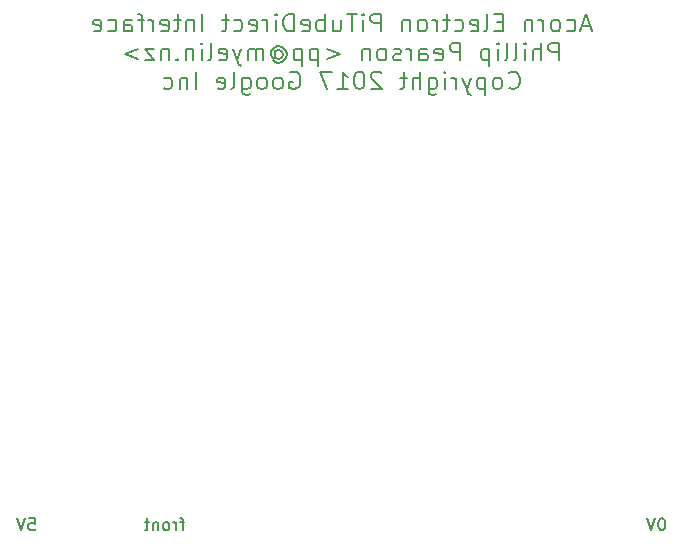
<source format=gbo>
G04 #@! TF.FileFunction,Legend,Bot*
%FSLAX46Y46*%
G04 Gerber Fmt 4.6, Leading zero omitted, Abs format (unit mm)*
G04 Created by KiCad (PCBNEW 4.0.6) date Friday, April 21, 2017 'PMt' 03:46:42 PM*
%MOMM*%
%LPD*%
G01*
G04 APERTURE LIST*
%ADD10C,0.100000*%
%ADD11C,0.200000*%
%ADD12C,0.150000*%
G04 APERTURE END LIST*
D10*
D11*
X96071427Y-50800000D02*
X95357141Y-50800000D01*
X96214284Y-51228571D02*
X95714284Y-49728571D01*
X95214284Y-51228571D01*
X94071427Y-51157143D02*
X94214284Y-51228571D01*
X94499998Y-51228571D01*
X94642856Y-51157143D01*
X94714284Y-51085714D01*
X94785713Y-50942857D01*
X94785713Y-50514286D01*
X94714284Y-50371429D01*
X94642856Y-50300000D01*
X94499998Y-50228571D01*
X94214284Y-50228571D01*
X94071427Y-50300000D01*
X93214284Y-51228571D02*
X93357142Y-51157143D01*
X93428570Y-51085714D01*
X93499999Y-50942857D01*
X93499999Y-50514286D01*
X93428570Y-50371429D01*
X93357142Y-50300000D01*
X93214284Y-50228571D01*
X92999999Y-50228571D01*
X92857142Y-50300000D01*
X92785713Y-50371429D01*
X92714284Y-50514286D01*
X92714284Y-50942857D01*
X92785713Y-51085714D01*
X92857142Y-51157143D01*
X92999999Y-51228571D01*
X93214284Y-51228571D01*
X92071427Y-51228571D02*
X92071427Y-50228571D01*
X92071427Y-50514286D02*
X91999999Y-50371429D01*
X91928570Y-50300000D01*
X91785713Y-50228571D01*
X91642856Y-50228571D01*
X91142856Y-50228571D02*
X91142856Y-51228571D01*
X91142856Y-50371429D02*
X91071428Y-50300000D01*
X90928570Y-50228571D01*
X90714285Y-50228571D01*
X90571428Y-50300000D01*
X90499999Y-50442857D01*
X90499999Y-51228571D01*
X88642856Y-50442857D02*
X88142856Y-50442857D01*
X87928570Y-51228571D02*
X88642856Y-51228571D01*
X88642856Y-49728571D01*
X87928570Y-49728571D01*
X87071427Y-51228571D02*
X87214285Y-51157143D01*
X87285713Y-51014286D01*
X87285713Y-49728571D01*
X85928571Y-51157143D02*
X86071428Y-51228571D01*
X86357142Y-51228571D01*
X86499999Y-51157143D01*
X86571428Y-51014286D01*
X86571428Y-50442857D01*
X86499999Y-50300000D01*
X86357142Y-50228571D01*
X86071428Y-50228571D01*
X85928571Y-50300000D01*
X85857142Y-50442857D01*
X85857142Y-50585714D01*
X86571428Y-50728571D01*
X84571428Y-51157143D02*
X84714285Y-51228571D01*
X84999999Y-51228571D01*
X85142857Y-51157143D01*
X85214285Y-51085714D01*
X85285714Y-50942857D01*
X85285714Y-50514286D01*
X85214285Y-50371429D01*
X85142857Y-50300000D01*
X84999999Y-50228571D01*
X84714285Y-50228571D01*
X84571428Y-50300000D01*
X84142857Y-50228571D02*
X83571428Y-50228571D01*
X83928571Y-49728571D02*
X83928571Y-51014286D01*
X83857143Y-51157143D01*
X83714285Y-51228571D01*
X83571428Y-51228571D01*
X83071428Y-51228571D02*
X83071428Y-50228571D01*
X83071428Y-50514286D02*
X83000000Y-50371429D01*
X82928571Y-50300000D01*
X82785714Y-50228571D01*
X82642857Y-50228571D01*
X81928571Y-51228571D02*
X82071429Y-51157143D01*
X82142857Y-51085714D01*
X82214286Y-50942857D01*
X82214286Y-50514286D01*
X82142857Y-50371429D01*
X82071429Y-50300000D01*
X81928571Y-50228571D01*
X81714286Y-50228571D01*
X81571429Y-50300000D01*
X81500000Y-50371429D01*
X81428571Y-50514286D01*
X81428571Y-50942857D01*
X81500000Y-51085714D01*
X81571429Y-51157143D01*
X81714286Y-51228571D01*
X81928571Y-51228571D01*
X80785714Y-50228571D02*
X80785714Y-51228571D01*
X80785714Y-50371429D02*
X80714286Y-50300000D01*
X80571428Y-50228571D01*
X80357143Y-50228571D01*
X80214286Y-50300000D01*
X80142857Y-50442857D01*
X80142857Y-51228571D01*
X78285714Y-51228571D02*
X78285714Y-49728571D01*
X77714286Y-49728571D01*
X77571428Y-49800000D01*
X77500000Y-49871429D01*
X77428571Y-50014286D01*
X77428571Y-50228571D01*
X77500000Y-50371429D01*
X77571428Y-50442857D01*
X77714286Y-50514286D01*
X78285714Y-50514286D01*
X76785714Y-51228571D02*
X76785714Y-50228571D01*
X76785714Y-49728571D02*
X76857143Y-49800000D01*
X76785714Y-49871429D01*
X76714286Y-49800000D01*
X76785714Y-49728571D01*
X76785714Y-49871429D01*
X76285714Y-49728571D02*
X75428571Y-49728571D01*
X75857142Y-51228571D02*
X75857142Y-49728571D01*
X74285714Y-50228571D02*
X74285714Y-51228571D01*
X74928571Y-50228571D02*
X74928571Y-51014286D01*
X74857143Y-51157143D01*
X74714285Y-51228571D01*
X74500000Y-51228571D01*
X74357143Y-51157143D01*
X74285714Y-51085714D01*
X73571428Y-51228571D02*
X73571428Y-49728571D01*
X73571428Y-50300000D02*
X73428571Y-50228571D01*
X73142857Y-50228571D01*
X73000000Y-50300000D01*
X72928571Y-50371429D01*
X72857142Y-50514286D01*
X72857142Y-50942857D01*
X72928571Y-51085714D01*
X73000000Y-51157143D01*
X73142857Y-51228571D01*
X73428571Y-51228571D01*
X73571428Y-51157143D01*
X71642857Y-51157143D02*
X71785714Y-51228571D01*
X72071428Y-51228571D01*
X72214285Y-51157143D01*
X72285714Y-51014286D01*
X72285714Y-50442857D01*
X72214285Y-50300000D01*
X72071428Y-50228571D01*
X71785714Y-50228571D01*
X71642857Y-50300000D01*
X71571428Y-50442857D01*
X71571428Y-50585714D01*
X72285714Y-50728571D01*
X70928571Y-51228571D02*
X70928571Y-49728571D01*
X70571428Y-49728571D01*
X70357143Y-49800000D01*
X70214285Y-49942857D01*
X70142857Y-50085714D01*
X70071428Y-50371429D01*
X70071428Y-50585714D01*
X70142857Y-50871429D01*
X70214285Y-51014286D01*
X70357143Y-51157143D01*
X70571428Y-51228571D01*
X70928571Y-51228571D01*
X69428571Y-51228571D02*
X69428571Y-50228571D01*
X69428571Y-49728571D02*
X69500000Y-49800000D01*
X69428571Y-49871429D01*
X69357143Y-49800000D01*
X69428571Y-49728571D01*
X69428571Y-49871429D01*
X68714285Y-51228571D02*
X68714285Y-50228571D01*
X68714285Y-50514286D02*
X68642857Y-50371429D01*
X68571428Y-50300000D01*
X68428571Y-50228571D01*
X68285714Y-50228571D01*
X67214286Y-51157143D02*
X67357143Y-51228571D01*
X67642857Y-51228571D01*
X67785714Y-51157143D01*
X67857143Y-51014286D01*
X67857143Y-50442857D01*
X67785714Y-50300000D01*
X67642857Y-50228571D01*
X67357143Y-50228571D01*
X67214286Y-50300000D01*
X67142857Y-50442857D01*
X67142857Y-50585714D01*
X67857143Y-50728571D01*
X65857143Y-51157143D02*
X66000000Y-51228571D01*
X66285714Y-51228571D01*
X66428572Y-51157143D01*
X66500000Y-51085714D01*
X66571429Y-50942857D01*
X66571429Y-50514286D01*
X66500000Y-50371429D01*
X66428572Y-50300000D01*
X66285714Y-50228571D01*
X66000000Y-50228571D01*
X65857143Y-50300000D01*
X65428572Y-50228571D02*
X64857143Y-50228571D01*
X65214286Y-49728571D02*
X65214286Y-51014286D01*
X65142858Y-51157143D01*
X65000000Y-51228571D01*
X64857143Y-51228571D01*
X63214286Y-51228571D02*
X63214286Y-49728571D01*
X62500000Y-50228571D02*
X62500000Y-51228571D01*
X62500000Y-50371429D02*
X62428572Y-50300000D01*
X62285714Y-50228571D01*
X62071429Y-50228571D01*
X61928572Y-50300000D01*
X61857143Y-50442857D01*
X61857143Y-51228571D01*
X61357143Y-50228571D02*
X60785714Y-50228571D01*
X61142857Y-49728571D02*
X61142857Y-51014286D01*
X61071429Y-51157143D01*
X60928571Y-51228571D01*
X60785714Y-51228571D01*
X59714286Y-51157143D02*
X59857143Y-51228571D01*
X60142857Y-51228571D01*
X60285714Y-51157143D01*
X60357143Y-51014286D01*
X60357143Y-50442857D01*
X60285714Y-50300000D01*
X60142857Y-50228571D01*
X59857143Y-50228571D01*
X59714286Y-50300000D01*
X59642857Y-50442857D01*
X59642857Y-50585714D01*
X60357143Y-50728571D01*
X59000000Y-51228571D02*
X59000000Y-50228571D01*
X59000000Y-50514286D02*
X58928572Y-50371429D01*
X58857143Y-50300000D01*
X58714286Y-50228571D01*
X58571429Y-50228571D01*
X58285715Y-50228571D02*
X57714286Y-50228571D01*
X58071429Y-51228571D02*
X58071429Y-49942857D01*
X58000001Y-49800000D01*
X57857143Y-49728571D01*
X57714286Y-49728571D01*
X56571429Y-51228571D02*
X56571429Y-50442857D01*
X56642858Y-50300000D01*
X56785715Y-50228571D01*
X57071429Y-50228571D01*
X57214286Y-50300000D01*
X56571429Y-51157143D02*
X56714286Y-51228571D01*
X57071429Y-51228571D01*
X57214286Y-51157143D01*
X57285715Y-51014286D01*
X57285715Y-50871429D01*
X57214286Y-50728571D01*
X57071429Y-50657143D01*
X56714286Y-50657143D01*
X56571429Y-50585714D01*
X55214286Y-51157143D02*
X55357143Y-51228571D01*
X55642857Y-51228571D01*
X55785715Y-51157143D01*
X55857143Y-51085714D01*
X55928572Y-50942857D01*
X55928572Y-50514286D01*
X55857143Y-50371429D01*
X55785715Y-50300000D01*
X55642857Y-50228571D01*
X55357143Y-50228571D01*
X55214286Y-50300000D01*
X54000001Y-51157143D02*
X54142858Y-51228571D01*
X54428572Y-51228571D01*
X54571429Y-51157143D01*
X54642858Y-51014286D01*
X54642858Y-50442857D01*
X54571429Y-50300000D01*
X54428572Y-50228571D01*
X54142858Y-50228571D01*
X54000001Y-50300000D01*
X53928572Y-50442857D01*
X53928572Y-50585714D01*
X54642858Y-50728571D01*
X93357143Y-53678571D02*
X93357143Y-52178571D01*
X92785715Y-52178571D01*
X92642857Y-52250000D01*
X92571429Y-52321429D01*
X92500000Y-52464286D01*
X92500000Y-52678571D01*
X92571429Y-52821429D01*
X92642857Y-52892857D01*
X92785715Y-52964286D01*
X93357143Y-52964286D01*
X91857143Y-53678571D02*
X91857143Y-52178571D01*
X91214286Y-53678571D02*
X91214286Y-52892857D01*
X91285715Y-52750000D01*
X91428572Y-52678571D01*
X91642857Y-52678571D01*
X91785715Y-52750000D01*
X91857143Y-52821429D01*
X90500000Y-53678571D02*
X90500000Y-52678571D01*
X90500000Y-52178571D02*
X90571429Y-52250000D01*
X90500000Y-52321429D01*
X90428572Y-52250000D01*
X90500000Y-52178571D01*
X90500000Y-52321429D01*
X89571428Y-53678571D02*
X89714286Y-53607143D01*
X89785714Y-53464286D01*
X89785714Y-52178571D01*
X88785714Y-53678571D02*
X88928572Y-53607143D01*
X89000000Y-53464286D01*
X89000000Y-52178571D01*
X88214286Y-53678571D02*
X88214286Y-52678571D01*
X88214286Y-52178571D02*
X88285715Y-52250000D01*
X88214286Y-52321429D01*
X88142858Y-52250000D01*
X88214286Y-52178571D01*
X88214286Y-52321429D01*
X87500000Y-52678571D02*
X87500000Y-54178571D01*
X87500000Y-52750000D02*
X87357143Y-52678571D01*
X87071429Y-52678571D01*
X86928572Y-52750000D01*
X86857143Y-52821429D01*
X86785714Y-52964286D01*
X86785714Y-53392857D01*
X86857143Y-53535714D01*
X86928572Y-53607143D01*
X87071429Y-53678571D01*
X87357143Y-53678571D01*
X87500000Y-53607143D01*
X85000000Y-53678571D02*
X85000000Y-52178571D01*
X84428572Y-52178571D01*
X84285714Y-52250000D01*
X84214286Y-52321429D01*
X84142857Y-52464286D01*
X84142857Y-52678571D01*
X84214286Y-52821429D01*
X84285714Y-52892857D01*
X84428572Y-52964286D01*
X85000000Y-52964286D01*
X82928572Y-53607143D02*
X83071429Y-53678571D01*
X83357143Y-53678571D01*
X83500000Y-53607143D01*
X83571429Y-53464286D01*
X83571429Y-52892857D01*
X83500000Y-52750000D01*
X83357143Y-52678571D01*
X83071429Y-52678571D01*
X82928572Y-52750000D01*
X82857143Y-52892857D01*
X82857143Y-53035714D01*
X83571429Y-53178571D01*
X81571429Y-53678571D02*
X81571429Y-52892857D01*
X81642858Y-52750000D01*
X81785715Y-52678571D01*
X82071429Y-52678571D01*
X82214286Y-52750000D01*
X81571429Y-53607143D02*
X81714286Y-53678571D01*
X82071429Y-53678571D01*
X82214286Y-53607143D01*
X82285715Y-53464286D01*
X82285715Y-53321429D01*
X82214286Y-53178571D01*
X82071429Y-53107143D01*
X81714286Y-53107143D01*
X81571429Y-53035714D01*
X80857143Y-53678571D02*
X80857143Y-52678571D01*
X80857143Y-52964286D02*
X80785715Y-52821429D01*
X80714286Y-52750000D01*
X80571429Y-52678571D01*
X80428572Y-52678571D01*
X80000001Y-53607143D02*
X79857144Y-53678571D01*
X79571429Y-53678571D01*
X79428572Y-53607143D01*
X79357144Y-53464286D01*
X79357144Y-53392857D01*
X79428572Y-53250000D01*
X79571429Y-53178571D01*
X79785715Y-53178571D01*
X79928572Y-53107143D01*
X80000001Y-52964286D01*
X80000001Y-52892857D01*
X79928572Y-52750000D01*
X79785715Y-52678571D01*
X79571429Y-52678571D01*
X79428572Y-52750000D01*
X78500000Y-53678571D02*
X78642858Y-53607143D01*
X78714286Y-53535714D01*
X78785715Y-53392857D01*
X78785715Y-52964286D01*
X78714286Y-52821429D01*
X78642858Y-52750000D01*
X78500000Y-52678571D01*
X78285715Y-52678571D01*
X78142858Y-52750000D01*
X78071429Y-52821429D01*
X78000000Y-52964286D01*
X78000000Y-53392857D01*
X78071429Y-53535714D01*
X78142858Y-53607143D01*
X78285715Y-53678571D01*
X78500000Y-53678571D01*
X77357143Y-52678571D02*
X77357143Y-53678571D01*
X77357143Y-52821429D02*
X77285715Y-52750000D01*
X77142857Y-52678571D01*
X76928572Y-52678571D01*
X76785715Y-52750000D01*
X76714286Y-52892857D01*
X76714286Y-53678571D01*
X73714286Y-52678571D02*
X74857143Y-53107143D01*
X73714286Y-53535714D01*
X73000000Y-52678571D02*
X73000000Y-54178571D01*
X73000000Y-52750000D02*
X72857143Y-52678571D01*
X72571429Y-52678571D01*
X72428572Y-52750000D01*
X72357143Y-52821429D01*
X72285714Y-52964286D01*
X72285714Y-53392857D01*
X72357143Y-53535714D01*
X72428572Y-53607143D01*
X72571429Y-53678571D01*
X72857143Y-53678571D01*
X73000000Y-53607143D01*
X71642857Y-52678571D02*
X71642857Y-54178571D01*
X71642857Y-52750000D02*
X71500000Y-52678571D01*
X71214286Y-52678571D01*
X71071429Y-52750000D01*
X71000000Y-52821429D01*
X70928571Y-52964286D01*
X70928571Y-53392857D01*
X71000000Y-53535714D01*
X71071429Y-53607143D01*
X71214286Y-53678571D01*
X71500000Y-53678571D01*
X71642857Y-53607143D01*
X69357143Y-52964286D02*
X69428571Y-52892857D01*
X69571428Y-52821429D01*
X69714286Y-52821429D01*
X69857143Y-52892857D01*
X69928571Y-52964286D01*
X70000000Y-53107143D01*
X70000000Y-53250000D01*
X69928571Y-53392857D01*
X69857143Y-53464286D01*
X69714286Y-53535714D01*
X69571428Y-53535714D01*
X69428571Y-53464286D01*
X69357143Y-53392857D01*
X69357143Y-52821429D02*
X69357143Y-53392857D01*
X69285714Y-53464286D01*
X69214286Y-53464286D01*
X69071428Y-53392857D01*
X69000000Y-53250000D01*
X69000000Y-52892857D01*
X69142857Y-52678571D01*
X69357143Y-52535714D01*
X69642857Y-52464286D01*
X69928571Y-52535714D01*
X70142857Y-52678571D01*
X70285714Y-52892857D01*
X70357143Y-53178571D01*
X70285714Y-53464286D01*
X70142857Y-53678571D01*
X69928571Y-53821429D01*
X69642857Y-53892857D01*
X69357143Y-53821429D01*
X69142857Y-53678571D01*
X68357143Y-53678571D02*
X68357143Y-52678571D01*
X68357143Y-52821429D02*
X68285715Y-52750000D01*
X68142857Y-52678571D01*
X67928572Y-52678571D01*
X67785715Y-52750000D01*
X67714286Y-52892857D01*
X67714286Y-53678571D01*
X67714286Y-52892857D02*
X67642857Y-52750000D01*
X67500000Y-52678571D01*
X67285715Y-52678571D01*
X67142857Y-52750000D01*
X67071429Y-52892857D01*
X67071429Y-53678571D01*
X66500000Y-52678571D02*
X66142857Y-53678571D01*
X65785715Y-52678571D02*
X66142857Y-53678571D01*
X66285715Y-54035714D01*
X66357143Y-54107143D01*
X66500000Y-54178571D01*
X64642858Y-53607143D02*
X64785715Y-53678571D01*
X65071429Y-53678571D01*
X65214286Y-53607143D01*
X65285715Y-53464286D01*
X65285715Y-52892857D01*
X65214286Y-52750000D01*
X65071429Y-52678571D01*
X64785715Y-52678571D01*
X64642858Y-52750000D01*
X64571429Y-52892857D01*
X64571429Y-53035714D01*
X65285715Y-53178571D01*
X63714286Y-53678571D02*
X63857144Y-53607143D01*
X63928572Y-53464286D01*
X63928572Y-52178571D01*
X63142858Y-53678571D02*
X63142858Y-52678571D01*
X63142858Y-52178571D02*
X63214287Y-52250000D01*
X63142858Y-52321429D01*
X63071430Y-52250000D01*
X63142858Y-52178571D01*
X63142858Y-52321429D01*
X62428572Y-52678571D02*
X62428572Y-53678571D01*
X62428572Y-52821429D02*
X62357144Y-52750000D01*
X62214286Y-52678571D01*
X62000001Y-52678571D01*
X61857144Y-52750000D01*
X61785715Y-52892857D01*
X61785715Y-53678571D01*
X61071429Y-53535714D02*
X61000001Y-53607143D01*
X61071429Y-53678571D01*
X61142858Y-53607143D01*
X61071429Y-53535714D01*
X61071429Y-53678571D01*
X60357143Y-52678571D02*
X60357143Y-53678571D01*
X60357143Y-52821429D02*
X60285715Y-52750000D01*
X60142857Y-52678571D01*
X59928572Y-52678571D01*
X59785715Y-52750000D01*
X59714286Y-52892857D01*
X59714286Y-53678571D01*
X59142857Y-52678571D02*
X58357143Y-52678571D01*
X59142857Y-53678571D01*
X58357143Y-53678571D01*
X57785714Y-52678571D02*
X56642857Y-53107143D01*
X57785714Y-53535714D01*
X89142856Y-55985714D02*
X89214285Y-56057143D01*
X89428571Y-56128571D01*
X89571428Y-56128571D01*
X89785713Y-56057143D01*
X89928571Y-55914286D01*
X89999999Y-55771429D01*
X90071428Y-55485714D01*
X90071428Y-55271429D01*
X89999999Y-54985714D01*
X89928571Y-54842857D01*
X89785713Y-54700000D01*
X89571428Y-54628571D01*
X89428571Y-54628571D01*
X89214285Y-54700000D01*
X89142856Y-54771429D01*
X88285713Y-56128571D02*
X88428571Y-56057143D01*
X88499999Y-55985714D01*
X88571428Y-55842857D01*
X88571428Y-55414286D01*
X88499999Y-55271429D01*
X88428571Y-55200000D01*
X88285713Y-55128571D01*
X88071428Y-55128571D01*
X87928571Y-55200000D01*
X87857142Y-55271429D01*
X87785713Y-55414286D01*
X87785713Y-55842857D01*
X87857142Y-55985714D01*
X87928571Y-56057143D01*
X88071428Y-56128571D01*
X88285713Y-56128571D01*
X87142856Y-55128571D02*
X87142856Y-56628571D01*
X87142856Y-55200000D02*
X86999999Y-55128571D01*
X86714285Y-55128571D01*
X86571428Y-55200000D01*
X86499999Y-55271429D01*
X86428570Y-55414286D01*
X86428570Y-55842857D01*
X86499999Y-55985714D01*
X86571428Y-56057143D01*
X86714285Y-56128571D01*
X86999999Y-56128571D01*
X87142856Y-56057143D01*
X85928570Y-55128571D02*
X85571427Y-56128571D01*
X85214285Y-55128571D02*
X85571427Y-56128571D01*
X85714285Y-56485714D01*
X85785713Y-56557143D01*
X85928570Y-56628571D01*
X84642856Y-56128571D02*
X84642856Y-55128571D01*
X84642856Y-55414286D02*
X84571428Y-55271429D01*
X84499999Y-55200000D01*
X84357142Y-55128571D01*
X84214285Y-55128571D01*
X83714285Y-56128571D02*
X83714285Y-55128571D01*
X83714285Y-54628571D02*
X83785714Y-54700000D01*
X83714285Y-54771429D01*
X83642857Y-54700000D01*
X83714285Y-54628571D01*
X83714285Y-54771429D01*
X82357142Y-55128571D02*
X82357142Y-56342857D01*
X82428571Y-56485714D01*
X82499999Y-56557143D01*
X82642856Y-56628571D01*
X82857142Y-56628571D01*
X82999999Y-56557143D01*
X82357142Y-56057143D02*
X82499999Y-56128571D01*
X82785713Y-56128571D01*
X82928571Y-56057143D01*
X82999999Y-55985714D01*
X83071428Y-55842857D01*
X83071428Y-55414286D01*
X82999999Y-55271429D01*
X82928571Y-55200000D01*
X82785713Y-55128571D01*
X82499999Y-55128571D01*
X82357142Y-55200000D01*
X81642856Y-56128571D02*
X81642856Y-54628571D01*
X80999999Y-56128571D02*
X80999999Y-55342857D01*
X81071428Y-55200000D01*
X81214285Y-55128571D01*
X81428570Y-55128571D01*
X81571428Y-55200000D01*
X81642856Y-55271429D01*
X80499999Y-55128571D02*
X79928570Y-55128571D01*
X80285713Y-54628571D02*
X80285713Y-55914286D01*
X80214285Y-56057143D01*
X80071427Y-56128571D01*
X79928570Y-56128571D01*
X78357142Y-54771429D02*
X78285713Y-54700000D01*
X78142856Y-54628571D01*
X77785713Y-54628571D01*
X77642856Y-54700000D01*
X77571427Y-54771429D01*
X77499999Y-54914286D01*
X77499999Y-55057143D01*
X77571427Y-55271429D01*
X78428570Y-56128571D01*
X77499999Y-56128571D01*
X76571428Y-54628571D02*
X76428571Y-54628571D01*
X76285714Y-54700000D01*
X76214285Y-54771429D01*
X76142856Y-54914286D01*
X76071428Y-55200000D01*
X76071428Y-55557143D01*
X76142856Y-55842857D01*
X76214285Y-55985714D01*
X76285714Y-56057143D01*
X76428571Y-56128571D01*
X76571428Y-56128571D01*
X76714285Y-56057143D01*
X76785714Y-55985714D01*
X76857142Y-55842857D01*
X76928571Y-55557143D01*
X76928571Y-55200000D01*
X76857142Y-54914286D01*
X76785714Y-54771429D01*
X76714285Y-54700000D01*
X76571428Y-54628571D01*
X74642857Y-56128571D02*
X75500000Y-56128571D01*
X75071428Y-56128571D02*
X75071428Y-54628571D01*
X75214285Y-54842857D01*
X75357143Y-54985714D01*
X75500000Y-55057143D01*
X74142857Y-54628571D02*
X73142857Y-54628571D01*
X73785714Y-56128571D01*
X70642858Y-54700000D02*
X70785715Y-54628571D01*
X71000001Y-54628571D01*
X71214286Y-54700000D01*
X71357144Y-54842857D01*
X71428572Y-54985714D01*
X71500001Y-55271429D01*
X71500001Y-55485714D01*
X71428572Y-55771429D01*
X71357144Y-55914286D01*
X71214286Y-56057143D01*
X71000001Y-56128571D01*
X70857144Y-56128571D01*
X70642858Y-56057143D01*
X70571429Y-55985714D01*
X70571429Y-55485714D01*
X70857144Y-55485714D01*
X69714286Y-56128571D02*
X69857144Y-56057143D01*
X69928572Y-55985714D01*
X70000001Y-55842857D01*
X70000001Y-55414286D01*
X69928572Y-55271429D01*
X69857144Y-55200000D01*
X69714286Y-55128571D01*
X69500001Y-55128571D01*
X69357144Y-55200000D01*
X69285715Y-55271429D01*
X69214286Y-55414286D01*
X69214286Y-55842857D01*
X69285715Y-55985714D01*
X69357144Y-56057143D01*
X69500001Y-56128571D01*
X69714286Y-56128571D01*
X68357143Y-56128571D02*
X68500001Y-56057143D01*
X68571429Y-55985714D01*
X68642858Y-55842857D01*
X68642858Y-55414286D01*
X68571429Y-55271429D01*
X68500001Y-55200000D01*
X68357143Y-55128571D01*
X68142858Y-55128571D01*
X68000001Y-55200000D01*
X67928572Y-55271429D01*
X67857143Y-55414286D01*
X67857143Y-55842857D01*
X67928572Y-55985714D01*
X68000001Y-56057143D01*
X68142858Y-56128571D01*
X68357143Y-56128571D01*
X66571429Y-55128571D02*
X66571429Y-56342857D01*
X66642858Y-56485714D01*
X66714286Y-56557143D01*
X66857143Y-56628571D01*
X67071429Y-56628571D01*
X67214286Y-56557143D01*
X66571429Y-56057143D02*
X66714286Y-56128571D01*
X67000000Y-56128571D01*
X67142858Y-56057143D01*
X67214286Y-55985714D01*
X67285715Y-55842857D01*
X67285715Y-55414286D01*
X67214286Y-55271429D01*
X67142858Y-55200000D01*
X67000000Y-55128571D01*
X66714286Y-55128571D01*
X66571429Y-55200000D01*
X65642857Y-56128571D02*
X65785715Y-56057143D01*
X65857143Y-55914286D01*
X65857143Y-54628571D01*
X64500001Y-56057143D02*
X64642858Y-56128571D01*
X64928572Y-56128571D01*
X65071429Y-56057143D01*
X65142858Y-55914286D01*
X65142858Y-55342857D01*
X65071429Y-55200000D01*
X64928572Y-55128571D01*
X64642858Y-55128571D01*
X64500001Y-55200000D01*
X64428572Y-55342857D01*
X64428572Y-55485714D01*
X65142858Y-55628571D01*
X62642858Y-56128571D02*
X62642858Y-54628571D01*
X61928572Y-55128571D02*
X61928572Y-56128571D01*
X61928572Y-55271429D02*
X61857144Y-55200000D01*
X61714286Y-55128571D01*
X61500001Y-55128571D01*
X61357144Y-55200000D01*
X61285715Y-55342857D01*
X61285715Y-56128571D01*
X59928572Y-56057143D02*
X60071429Y-56128571D01*
X60357143Y-56128571D01*
X60500001Y-56057143D01*
X60571429Y-55985714D01*
X60642858Y-55842857D01*
X60642858Y-55414286D01*
X60571429Y-55271429D01*
X60500001Y-55200000D01*
X60357143Y-55128571D01*
X60071429Y-55128571D01*
X59928572Y-55200000D01*
D12*
X61690477Y-92785714D02*
X61309525Y-92785714D01*
X61547620Y-93452381D02*
X61547620Y-92595238D01*
X61500001Y-92500000D01*
X61404763Y-92452381D01*
X61309525Y-92452381D01*
X60976191Y-93452381D02*
X60976191Y-92785714D01*
X60976191Y-92976190D02*
X60928572Y-92880952D01*
X60880953Y-92833333D01*
X60785715Y-92785714D01*
X60690476Y-92785714D01*
X60214286Y-93452381D02*
X60309524Y-93404762D01*
X60357143Y-93357143D01*
X60404762Y-93261905D01*
X60404762Y-92976190D01*
X60357143Y-92880952D01*
X60309524Y-92833333D01*
X60214286Y-92785714D01*
X60071428Y-92785714D01*
X59976190Y-92833333D01*
X59928571Y-92880952D01*
X59880952Y-92976190D01*
X59880952Y-93261905D01*
X59928571Y-93357143D01*
X59976190Y-93404762D01*
X60071428Y-93452381D01*
X60214286Y-93452381D01*
X59452381Y-92785714D02*
X59452381Y-93452381D01*
X59452381Y-92880952D02*
X59404762Y-92833333D01*
X59309524Y-92785714D01*
X59166666Y-92785714D01*
X59071428Y-92833333D01*
X59023809Y-92928571D01*
X59023809Y-93452381D01*
X58690476Y-92785714D02*
X58309524Y-92785714D01*
X58547619Y-92452381D02*
X58547619Y-93309524D01*
X58500000Y-93404762D01*
X58404762Y-93452381D01*
X58309524Y-93452381D01*
X48520476Y-92452381D02*
X48996667Y-92452381D01*
X49044286Y-92928571D01*
X48996667Y-92880952D01*
X48901429Y-92833333D01*
X48663333Y-92833333D01*
X48568095Y-92880952D01*
X48520476Y-92928571D01*
X48472857Y-93023810D01*
X48472857Y-93261905D01*
X48520476Y-93357143D01*
X48568095Y-93404762D01*
X48663333Y-93452381D01*
X48901429Y-93452381D01*
X48996667Y-93404762D01*
X49044286Y-93357143D01*
X48187143Y-92452381D02*
X47853810Y-93452381D01*
X47520476Y-92452381D01*
X102146191Y-92452381D02*
X102050952Y-92452381D01*
X101955714Y-92500000D01*
X101908095Y-92547619D01*
X101860476Y-92642857D01*
X101812857Y-92833333D01*
X101812857Y-93071429D01*
X101860476Y-93261905D01*
X101908095Y-93357143D01*
X101955714Y-93404762D01*
X102050952Y-93452381D01*
X102146191Y-93452381D01*
X102241429Y-93404762D01*
X102289048Y-93357143D01*
X102336667Y-93261905D01*
X102384286Y-93071429D01*
X102384286Y-92833333D01*
X102336667Y-92642857D01*
X102289048Y-92547619D01*
X102241429Y-92500000D01*
X102146191Y-92452381D01*
X101527143Y-92452381D02*
X101193810Y-93452381D01*
X100860476Y-92452381D01*
M02*

</source>
